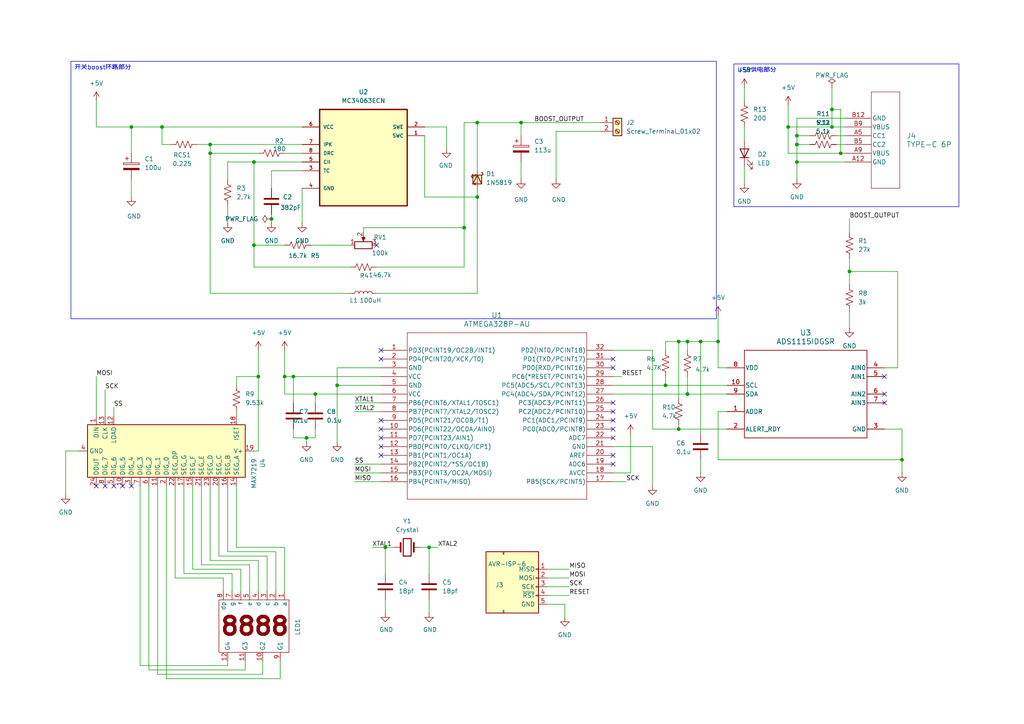
<source format=kicad_sch>
(kicad_sch (version 20250114) (generator "eeschema") (generator_version "9.0")
  (paper "A4")
  (title_block (title "boost convertor ") (date "2025-09-08") (rev "v1.0") (comment 1 "This is a boost convertor and you can get voltage by watching LED"))
  (lib_symbols
    (symbol "ADS1115IDGSR:ADS1115IDGSR" (pin_names (offset 0.254))
      (property "Reference" "U" (at 0 2.54 0))
      (property "Value" "ADS1115IDGSR" (at 0 0 0))
      (symbol "ADS1115IDGSR_0_1"
        (polyline (pts (xy -17.78 12.7) (xy -17.78 -12.7)) (stroke (width 0.2032)))
        (polyline (pts (xy -17.78 -12.7) (xy 17.78 -12.7)) (stroke (width 0.2032)))
        (polyline (pts (xy 17.78 12.7) (xy -17.78 12.7)) (stroke (width 0.2032)))
        (polyline (pts (xy 17.78 -12.7) (xy 17.78 12.7)) (stroke (width 0.2032)))
        (pin power_in line (at -22.86 7.62 0) (length 5.08) (name "VDD") (number "8"))
        (pin input line (at -22.86 2.54 0) (length 5.08) (name "SCL") (number "10"))
        (pin bidirectional line (at -22.86 0 0) (length 5.08) (name "SDA") (number "9"))
        (pin input line (at -22.86 -5.08 0) (length 5.08) (name "ADDR") (number "1"))
        (pin output line (at -22.86 -10.16 0) (length 5.08) (name "ALERT_RDY") (number "2"))
        (pin input line (at 22.86 7.62 180) (length 5.08) (name "AIN0") (number "4"))
        (pin input line (at 22.86 5.08 180) (length 5.08) (name "AIN1") (number "5"))
        (pin input line (at 22.86 0 180) (length 5.08) (name "AIN2") (number "6"))
        (pin input line (at 22.86 -2.54 180) (length 5.08) (name "AIN3") (number "7"))
        (pin power_in line (at 22.86 -10.16 180) (length 5.08) (name "GND") (number "3"))
      )
    )
    (symbol "Connector:AVR-ISP-6" (pin_names (offset 1.016))
      (property "Reference" "J3" (at -2.54 0.508 0))
      (property "Value" "AVR-ISP-6" (at 4.064 6.604 0))
      (symbol "AVR-ISP-6_0_1"
        (rectangle (start -7.62 10.16) (end 7.62 -7.62) (stroke (width 0.254)) (fill (type background)))
        (rectangle (start -2.667 10.16) (end -2.413 9.398))
        (rectangle (start -2.667 -6.858) (end -2.413 -7.62))
        (rectangle (start 7.62 5.207) (end 6.858 4.953))
        (rectangle (start 7.62 2.667) (end 6.858 2.413))
        (rectangle (start 7.62 0.127) (end 6.858 -0.127))
        (rectangle (start 7.62 -2.413) (end 6.858 -2.667))
      )
      (symbol "AVR-ISP-6_1_1"
        (pin passive line (at 10.16 5.08 180) (length 2.54) (name "MISO") (number "1"))
        (pin passive line (at 10.16 2.54 180) (length 2.54) (name "MOSI") (number "2"))
        (pin passive line (at 10.16 0 180) (length 2.54) (name "SCK") (number "3"))
        (pin passive line (at 10.16 -2.54 180) (length 2.54) (name "~{RST}") (number "4"))
        (pin output line (at 10.16 -5.08 180) (length 2.54) (name "GND") (number "5"))
      )
    )
    (symbol "Connector:Screw_Terminal_01x02" (pin_names (offset 1.016) (hide yes))
      (property "Reference" "J" (at 0 2.54 0))
      (property "Value" "Screw_Terminal_01x02" (at 0 -5.08 0))
      (symbol "Screw_Terminal_01x02_1_1"
        (rectangle (start -1.27 1.27) (end 1.27 -3.81) (stroke (width 0.254)) (fill (type background)))
        (polyline (pts (xy -0.5334 0.3302) (xy 0.3302 -0.508)) (stroke (width 0.1524)))
        (polyline (pts (xy -0.5334 -2.2098) (xy 0.3302 -3.048)) (stroke (width 0.1524)))
        (polyline (pts (xy -0.3556 0.508) (xy 0.508 -0.3302)) (stroke (width 0.1524)))
        (polyline (pts (xy -0.3556 -2.032) (xy 0.508 -2.8702)) (stroke (width 0.1524)))
        (circle (center 0 0) (radius 0.635) (stroke (width 0.1524)))
        (circle (center 0 -2.54) (radius 0.635) (stroke (width 0.1524)))
        (pin passive line (at -5.08 0 0) (length 3.81) (name "Pin_1") (number "1"))
        (pin passive line (at -5.08 -2.54 0) (length 3.81) (name "Pin_2") (number "2"))
      )
    )
    (symbol "DC-DC:MC34063ECN" (pin_names (offset 1.016))
      (property "Reference" "U" (at -0.508 11.176 0))
      (property "Value" "MC34063ECN" (at -3.9624 -23.7744 0))
      (symbol "MC34063ECN_0_0"
        (rectangle (start -12.7 10.16) (end 12.7 -17.78) (stroke (width 0.4064)) (fill (type background)))
        (pin power_in line (at -17.78 5.08 0) (length 5.08) (name "VCC") (number "6"))
        (pin input line (at -17.78 0 0) (length 5.08) (name "IPK") (number "7"))
        (pin passive line (at -17.78 -2.54 0) (length 5.08) (name "DRC") (number "8"))
        (pin input line (at -17.78 -5.08 0) (length 5.08) (name "CII") (number "5"))
        (pin input line (at -17.78 -7.62 0) (length 5.08) (name "TC") (number "3"))
        (pin passive line (at -17.78 -12.7 0) (length 5.08) (name "GND") (number "4"))
        (pin passive line (at 17.78 5.08 180) (length 5.08) (name "SWE") (number "2"))
        (pin passive line (at 17.78 2.54 180) (length 5.08) (name "SWC") (number "1"))
      )
    )
    (symbol "Device:C" (pin_numbers (hide yes)) (pin_names (offset 0.254))
      (property "Reference" "C" (at 0.635 2.54 0))
      (property "Value" "C" (at 0.635 -2.54 0))
      (symbol "C_0_1"
        (polyline (pts (xy -2.032 0.762) (xy 2.032 0.762)) (stroke (width 0.508)))
        (polyline (pts (xy -2.032 -0.762) (xy 2.032 -0.762)) (stroke (width 0.508)))
      )
      (symbol "C_1_1"
        (pin passive line (at 0 3.81 270) (length 2.794) (name "~") (number "1"))
        (pin passive line (at 0 -3.81 90) (length 2.794) (name "~") (number "2"))
      )
    )
    (symbol "Device:C_Polarized" (pin_numbers (hide yes)) (pin_names (offset 0.254))
      (property "Reference" "C" (at 0.635 2.54 0))
      (property "Value" "C_Polarized" (at 0.635 -2.54 0))
      (symbol "C_Polarized_0_1"
        (rectangle (start -2.286 0.508) (end 2.286 1.016))
        (polyline (pts (xy -1.778 2.286) (xy -0.762 2.286)))
        (polyline (pts (xy -1.27 2.794) (xy -1.27 1.778)))
        (rectangle (start 2.286 -0.508) (end -2.286 -1.016) (fill (type outline)))
      )
      (symbol "C_Polarized_1_1"
        (pin passive line (at 0 3.81 270) (length 2.794) (name "~") (number "1"))
        (pin passive line (at 0 -3.81 90) (length 2.794) (name "~") (number "2"))
      )
    )
    (symbol "Device:Crystal" (pin_numbers (hide yes)) (pin_names (offset 1.016) (hide yes))
      (property "Reference" "Y" (at 0 3.81 0))
      (property "Value" "Crystal" (at 0 -3.81 0))
      (symbol "Crystal_0_1"
        (polyline (pts (xy -2.54 0) (xy -1.905 0)))
        (polyline (pts (xy -1.905 -1.27) (xy -1.905 1.27)) (stroke (width 0.508)))
        (rectangle (start -1.143 2.54) (end 1.143 -2.54) (stroke (width 0.3048)))
        (polyline (pts (xy 1.905 -1.27) (xy 1.905 1.27)) (stroke (width 0.508)))
        (polyline (pts (xy 2.54 0) (xy 1.905 0)))
      )
      (symbol "Crystal_1_1"
        (pin passive line (at -3.81 0 0) (length 1.27) (name "1") (number "1"))
        (pin passive line (at 3.81 0 180) (length 1.27) (name "2") (number "2"))
      )
    )
    (symbol "Device:L" (pin_numbers (hide yes)) (pin_names (offset 1.016) (hide yes))
      (property "Reference" "L" (at -1.27 0 90))
      (property "Value" "L" (at 1.905 0 90))
      (symbol "L_0_1"
        (arc (start 0 2.54) (mid 0.6323 1.905) (end 0 1.27))
        (arc (start 0 1.27) (mid 0.6323 0.635) (end 0 0))
        (arc (start 0 0) (mid 0.6323 -0.635) (end 0 -1.27))
        (arc (start 0 -1.27) (mid 0.6323 -1.905) (end 0 -2.54))
      )
      (symbol "L_1_1"
        (pin passive line (at 0 3.81 270) (length 1.27) (name "1") (number "1"))
        (pin passive line (at 0 -3.81 90) (length 1.27) (name "2") (number "2"))
      )
    )
    (symbol "Device:LED" (pin_numbers (hide yes)) (pin_names (offset 1.016) (hide yes))
      (property "Reference" "D" (at 0 2.54 0))
      (property "Value" "LED" (at 0 -2.54 0))
      (symbol "LED_0_1"
        (polyline (pts (xy -3.048 -0.762) (xy -4.572 -2.286) (xy -3.81 -2.286) (xy -4.572 -2.286) (xy -4.572 -1.524)))
        (polyline (pts (xy -1.778 -0.762) (xy -3.302 -2.286) (xy -2.54 -2.286) (xy -3.302 -2.286) (xy -3.302 -1.524)))
        (polyline (pts (xy -1.27 0) (xy 1.27 0)))
        (polyline (pts (xy -1.27 -1.27) (xy -1.27 1.27)) (stroke (width 0.254)))
        (polyline (pts (xy 1.27 -1.27) (xy 1.27 1.27) (xy -1.27 0) (xy 1.27 -1.27)) (stroke (width 0.254)))
      )
      (symbol "LED_1_1"
        (pin passive line (at -3.81 0 0) (length 2.54) (name "K") (number "1"))
        (pin passive line (at 3.81 0 180) (length 2.54) (name "A") (number "2"))
      )
    )
    (symbol "Device:R_Potentiometer" (pin_names (offset 1.016) (hide yes))
      (property "Reference" "RV" (at -4.445 0 90))
      (property "Value" "R_Potentiometer" (at -2.54 0 90))
      (symbol "R_Potentiometer_0_1"
        (rectangle (start 1.016 2.54) (end -1.016 -2.54) (stroke (width 0.254)))
        (polyline (pts (xy 1.143 0) (xy 2.286 0.508) (xy 2.286 -0.508) (xy 1.143 0)) (fill (type outline)))
        (polyline (pts (xy 2.54 0) (xy 1.524 0)))
      )
      (symbol "R_Potentiometer_1_1"
        (pin passive line (at 0 3.81 270) (length 1.27) (name "1") (number "1"))
        (pin passive line (at 0 -3.81 90) (length 1.27) (name "3") (number "3"))
        (pin passive line (at 3.81 0 180) (length 1.27) (name "2") (number "2"))
      )
    )
    (symbol "Device:R_US" (pin_numbers (hide yes)) (pin_names (offset 0))
      (property "Reference" "R" (at 2.54 0 90))
      (property "Value" "R_US" (at -2.54 0 90))
      (symbol "R_US_0_1"
        (polyline (pts (xy 0 2.286) (xy 0 2.54)))
        (polyline (pts (xy 0 2.286) (xy 1.016 1.905) (xy 0 1.524) (xy -1.016 1.143) (xy 0 0.762)))
        (polyline (pts (xy 0 0.762) (xy 1.016 0.381) (xy 0 0) (xy -1.016 -0.381) (xy 0 -0.762)))
        (polyline (pts (xy 0 -0.762) (xy 1.016 -1.143) (xy 0 -1.524) (xy -1.016 -1.905) (xy 0 -2.286)))
        (polyline (pts (xy 0 -2.286) (xy 0 -2.54)))
      )
      (symbol "R_US_1_1"
        (pin passive line (at 0 3.81 270) (length 1.27) (name "~") (number "1"))
        (pin passive line (at 0 -3.81 90) (length 1.27) (name "~") (number "2"))
      )
    )
    (symbol "Diode:1N5819" (pin_names (offset 1.016))
      (property "Reference" "D" (at 2.54 0.4826 0))
      (property "Value" "1N5819" (at 2.54 -2.3114 0))
      (symbol "1N5819_0_0"
        (rectangle (start -1.27 -1.27) (end 1.27 1.27) (stroke (width 0.254)) (fill (type background)))
        (polyline (pts (xy -1.27 -1.27) (xy 1.27 0)) (stroke (width 0.254)))
        (arc (start 0.508 1.27) (mid 0.889 1.6493) (end 1.27 1.27) (stroke (width 0.254)))
        (polyline (pts (xy 1.27 0) (xy -1.27 1.27)) (stroke (width 0.254)))
        (arc (start 2.032 -1.27) (mid 1.651 -1.6493) (end 1.27 -1.27) (stroke (width 0.254)))
        (pin passive line (at -2.54 0 0) (length 2.54) (name "~") (number "A"))
        (pin passive line (at 2.54 0 180) (length 2.54) (name "~") (number "C"))
      )
    )
    (symbol "Display:FJ3461AH"
      (property "Reference" "LED1" (at 0.254 11.43 0))
      (symbol "FJ3461AH_0_1"
        (rectangle (start -7.62 8.89) (end 7.62 -11.43))
      )
      (symbol "FJ3461AH_1_1"
        (text "8888\n" (at 0 -1.016 900) (effects (font (size 5.08 5.08) (thickness 1.016) (bold yes))))
        (pin input line (at -10.16 7.62 0) (length 2.54) (name "a") (number "1"))
        (pin input line (at -10.16 5.08 0) (length 2.54) (name "b") (number "2"))
        (pin input line (at -10.16 2.54 0) (length 2.54) (name "c") (number "3"))
        (pin input line (at -10.16 0 0) (length 2.54) (name "d") (number "4"))
        (pin input line (at -10.16 -2.54 0) (length 2.54) (name "e") (number "5"))
        (pin input line (at -10.16 -5.08 0) (length 2.54) (name "f") (number "6"))
        (pin input line (at -10.16 -7.62 0) (length 2.54) (name "g") (number "7"))
        (pin input line (at -10.16 -10.16 0) (length 2.54) (name "dp") (number "8"))
        (pin passive line (at 10.16 6.35 180) (length 2.54) (name "G1") (number "9"))
        (pin passive line (at 10.16 1.27 180) (length 2.54) (name "G2") (number "10"))
        (pin passive line (at 10.16 -3.81 180) (length 2.54) (name "G3") (number "11"))
        (pin passive line (at 10.16 -8.89 180) (length 2.54) (name "G4") (number "12"))
      )
    )
    (symbol "Driver_LED:MAX7219"
      (property "Reference" "U" (at -6.35 24.13 0))
      (property "Value" "MAX7219" (at 1.27 25.4 0))
      (symbol "MAX7219_0_1"
        (rectangle (start -7.62 22.86) (end 7.62 -22.86) (stroke (width 0.254)) (fill (type background)))
      )
      (symbol "MAX7219_1_1"
        (pin input line (at -10.16 20.32 0) (length 2.54) (name "ISET") (number "18"))
        (pin input line (at -10.16 -15.24 0) (length 2.54) (name "LOAD") (number "12"))
        (pin input line (at -10.16 -17.78 0) (length 2.54) (name "CLK") (number "13"))
        (pin input line (at -10.16 -20.32 0) (length 2.54) (name "DIN") (number "1"))
        (pin power_in line (at 0 25.4 270) (length 2.54) (name "V+") (number "19"))
        (pin power_in line (at 0 -25.4 90) (length 2.54) (name "GND") (number "4"))
        (pin passive line (at 0 -25.4 90) (length 2.54) (hide yes) (name "GND") (number "9"))
        (pin output line (at 10.16 20.32 180) (length 2.54) (name "SEG_A") (number "14"))
        (pin output line (at 10.16 17.78 180) (length 2.54) (name "SEG_B") (number "16"))
        (pin output line (at 10.16 15.24 180) (length 2.54) (name "SEG_C") (number "20"))
        (pin output line (at 10.16 12.7 180) (length 2.54) (name "SEG_D") (number "23"))
        (pin output line (at 10.16 10.16 180) (length 2.54) (name "SEG_E") (number "21"))
        (pin output line (at 10.16 7.62 180) (length 2.54) (name "SEG_F") (number "15"))
        (pin output line (at 10.16 5.08 180) (length 2.54) (name "SEG_G") (number "17"))
        (pin output line (at 10.16 2.54 180) (length 2.54) (name "SEG_DP") (number "22"))
        (pin output line (at 10.16 0 180) (length 2.54) (name "DIG_0") (number "2"))
        (pin output line (at 10.16 -2.54 180) (length 2.54) (name "DIG_1") (number "11"))
        (pin output line (at 10.16 -5.08 180) (length 2.54) (name "DIG_2") (number "6"))
        (pin output line (at 10.16 -7.62 180) (length 2.54) (name "DIG_3") (number "7"))
        (pin output line (at 10.16 -10.16 180) (length 2.54) (name "DIG_4") (number "3"))
        (pin output line (at 10.16 -12.7 180) (length 2.54) (name "DIG_5") (number "10"))
        (pin output line (at 10.16 -15.24 180) (length 2.54) (name "DIG_6") (number "5"))
        (pin output line (at 10.16 -17.78 180) (length 2.54) (name "DIG_7") (number "8"))
        (pin output line (at 10.16 -20.32 180) (length 2.54) (name "DOUT") (number "24"))
      )
    )
    (symbol "USB-C-6P:TYPE-C_6P" (pin_names (offset 0.254))
      (property "Reference" "J4" (at 17.78 -5.0799 0))
      (property "Value" "TYPE-C 6P" (at 17.78 -7.6199 0))
      (symbol "TYPE-C_6P_1_1"
        (polyline (pts (xy 7.62 7.62) (xy 7.62 -20.32)) (stroke (width 0.127)))
        (polyline (pts (xy 7.62 -20.32) (xy 15.875 -20.32)) (stroke (width 0.127)))
        (polyline (pts (xy 15.875 7.62) (xy 7.62 7.62)) (stroke (width 0.127)))
        (polyline (pts (xy 15.875 -20.32) (xy 15.875 7.62)) (stroke (width 0.127)))
        (pin passive line (at 0 0 0) (length 7.62) (name "GND") (number "B12"))
        (pin power_in line (at 0 -2.54 0) (length 7.62) (name "VBUS") (number "B9"))
        (pin bidirectional line (at 0 -5.08 0) (length 7.62) (name "CC1") (number "A5"))
        (pin bidirectional line (at 0 -7.62 0) (length 7.62) (name "CC2") (number "B5"))
        (pin power_in line (at 0 -10.16 0) (length 7.62) (name "VBUS") (number "A9"))
        (pin passive line (at 0 -12.7 0) (length 7.62) (name "GND") (number "A12"))
      )
      (symbol "TYPE-C_6P_1_2"
        (polyline (pts (xy 5.08 2.54) (xy 5.08 -15.24)) (stroke (width 0.127)))
        (polyline (pts (xy 5.08 -15.24) (xy 12.7 -15.24)) (stroke (width 0.127)))
        (polyline (pts (xy 7.62 0) (xy 5.08 0)) (stroke (width 0.127)))
        (polyline (pts (xy 7.62 0) (xy 8.89 0.8467)) (stroke (width 0.127)))
        (polyline (pts (xy 7.62 0) (xy 8.89 -0.8467)) (stroke (width 0.127)))
        (polyline (pts (xy 7.62 -2.54) (xy 5.08 -2.54)) (stroke (width 0.127)))
        (polyline (pts (xy 7.62 -2.54) (xy 8.89 -1.6933)) (stroke (width 0.127)))
        (polyline (pts (xy 7.62 -2.54) (xy 8.89 -3.3867)) (stroke (width 0.127)))
        (polyline (pts (xy 7.62 -5.08) (xy 5.08 -5.08)) (stroke (width 0.127)))
        (polyline (pts (xy 7.62 -5.08) (xy 8.89 -4.2333)) (stroke (width 0.127)))
        (polyline (pts (xy 7.62 -5.08) (xy 8.89 -5.9267)) (stroke (width 0.127)))
        (polyline (pts (xy 7.62 -7.62) (xy 5.08 -7.62)) (stroke (width 0.127)))
        (polyline (pts (xy 7.62 -7.62) (xy 8.89 -6.7733)) (stroke (width 0.127)))
        (polyline (pts (xy 7.62 -7.62) (xy 8.89 -8.4667)) (stroke (width 0.127)))
        (polyline (pts (xy 7.62 -10.16) (xy 5.08 -10.16)) (stroke (width 0.127)))
        (polyline (pts (xy 7.62 -10.16) (xy 8.89 -9.3133)) (stroke (width 0.127)))
        (polyline (pts (xy 7.62 -10.16) (xy 8.89 -11.0067)) (stroke (width 0.127)))
        (polyline (pts (xy 7.62 -12.7) (xy 5.08 -12.7)) (stroke (width 0.127)))
        (polyline (pts (xy 7.62 -12.7) (xy 8.89 -11.8533)) (stroke (width 0.127)))
        (polyline (pts (xy 7.62 -12.7) (xy 8.89 -13.5467)) (stroke (width 0.127)))
        (polyline (pts (xy 12.7 2.54) (xy 5.08 2.54)) (stroke (width 0.127)))
        (polyline (pts (xy 12.7 -15.24) (xy 12.7 2.54)) (stroke (width 0.127)))
        (pin power_out line (at 0 0 0) (length 5.08) (name "B12") (number "B12"))
        (pin power_in line (at 0 -2.54 0) (length 5.08) (name "B9") (number "B9"))
        (pin bidirectional line (at 0 -5.08 0) (length 5.08) (name "A5") (number "A5"))
        (pin bidirectional line (at 0 -7.62 0) (length 5.08) (name "B5") (number "B5"))
        (pin power_in line (at 0 -10.16 0) (length 5.08) (name "A9") (number "A9"))
        (pin power_out line (at 0 -12.7 0) (length 5.08) (name "A12") (number "A12"))
      )
    )
    (symbol "atmega328P:ATMEGA328P-AU" (pin_names (offset 0.254))
      (property "Reference" "U" (at 35.56 10.16 0))
      (property "Value" "ATMEGA328P-AU" (at 35.56 7.62 0))
      (symbol "ATMEGA328P-AU_0_1"
        (polyline (pts (xy 7.62 5.08) (xy 7.62 -43.18)) (stroke (width 0.127)))
        (polyline (pts (xy 7.62 -43.18) (xy 59.69 -43.18)) (stroke (width 0.127)))
        (polyline (pts (xy 59.69 5.08) (xy 7.62 5.08)) (stroke (width 0.127)))
        (polyline (pts (xy 59.69 -43.18) (xy 59.69 5.08)) (stroke (width 0.127)))
        (pin bidirectional line (at 0 0 0) (length 7.62) (name "PD3(PCINT19/OC2B/INT1)") (number "1"))
        (pin bidirectional line (at 0 -2.54 0) (length 7.62) (name "PD4(PCINT20/XCK/T0)") (number "2"))
        (pin power_in line (at 0 -7.62 0) (length 7.62) (name "VCC") (number "4"))
        (pin power_in line (at 0 -12.7 0) (length 7.62) (name "VCC") (number "6"))
        (pin bidirectional line (at 0 -15.24 0) (length 7.62) (name "PB6(PCINT6/XTAL1/TOSC1)") (number "7"))
        (pin bidirectional line (at 0 -17.78 0) (length 7.62) (name "PB7(PCINT7/XTAL2/TOSC2)") (number "8"))
        (pin bidirectional line (at 0 -20.32 0) (length 7.62) (name "PD5(PCINT21/OC0B/T1)") (number "9"))
        (pin bidirectional line (at 0 -22.86 0) (length 7.62) (name "PD6(PCINT22/OC0A/AIN0)") (number "10"))
        (pin input line (at 0 -25.4 0) (length 7.62) (name "PD7(PCINT23/AIN1)") (number "11"))
        (pin bidirectional line (at 0 -27.94 0) (length 7.62) (name "PB0(PCINT0/CLKO/ICP1)") (number "12"))
        (pin bidirectional line (at 0 -30.48 0) (length 7.62) (name "PB1(PCINT1/OC1A)") (number "13"))
        (pin bidirectional line (at 0 -33.02 0) (length 7.62) (name "PB2(PCINT2/*SS/OC1B)") (number "14"))
        (pin bidirectional line (at 0 -35.56 0) (length 7.62) (name "PB3(PCINT3/OC2A/MOSI)") (number "15"))
        (pin bidirectional line (at 0 -38.1 0) (length 7.62) (name "PB4(PCINT4/MISO)") (number "16"))
        (pin bidirectional line (at 67.31 0 180) (length 7.62) (name "PD2(INT0/PCINT18)") (number "32"))
        (pin bidirectional line (at 67.31 -2.54 180) (length 7.62) (name "PD1(TXD/PCINT17)") (number "31"))
        (pin bidirectional line (at 67.31 -5.08 180) (length 7.62) (name "PD0(RXD/PCINT16)") (number "30"))
        (pin bidirectional line (at 67.31 -7.62 180) (length 7.62) (name "PC6(*RESET/PCINT14)") (number "29"))
        (pin bidirectional line (at 67.31 -10.16 180) (length 7.62) (name "PC5(ADC5/SCL/PCINT13)") (number "28"))
        (pin bidirectional line (at 67.31 -12.7 180) (length 7.62) (name "PC4(ADC4/SDA/PCINT12)") (number "27"))
        (pin bidirectional line (at 67.31 -15.24 180) (length 7.62) (name "PC3(ADC3/PCINT11)") (number "26"))
        (pin bidirectional line (at 67.31 -17.78 180) (length 7.62) (name "PC2(ADC2/PCINT10)") (number "25"))
        (pin bidirectional line (at 67.31 -20.32 180) (length 7.62) (name "PC1(ADC1/PCINT9)") (number "24"))
        (pin bidirectional line (at 67.31 -22.86 180) (length 7.62) (name "PC0(ADC0/PCINT8)") (number "23"))
        (pin unspecified line (at 67.31 -25.4 180) (length 7.62) (name "ADC7") (number "22"))
        (pin power_in line (at 67.31 -30.48 180) (length 7.62) (name "AREF") (number "20"))
        (pin unspecified line (at 67.31 -33.02 180) (length 7.62) (name "ADC6") (number "19"))
        (pin power_in line (at 67.31 -35.56 180) (length 7.62) (name "AVCC") (number "18"))
        (pin bidirectional line (at 67.31 -38.1 180) (length 7.62) (name "PB5(SCK/PCINT5)") (number "17"))
      )
      (symbol "ATMEGA328P-AU_1_1"
        (pin passive line (at 0 -5.08 0) (length 7.62) (name "GND") (number "3"))
        (pin passive line (at 0 -10.16 0) (length 7.62) (name "GND") (number "5"))
        (pin passive line (at 67.31 -27.94 180) (length 7.62) (name "GND") (number "21"))
      )
    )
    (symbol "power:+5V" (power) (pin_numbers (hide yes)) (pin_names (offset 0) (hide yes))
      (property "Value" "+5V" (at 0 3.556 0))
      (symbol "+5V_0_1"
        (polyline (pts (xy -0.762 1.27) (xy 0 2.54)))
        (polyline (pts (xy 0 2.54) (xy 0.762 1.27)))
        (polyline (pts (xy 0 0) (xy 0 2.54)))
      )
      (symbol "+5V_1_1"
        (pin power_in line (at 0 0 90) (length 0) (name "~") (number "1"))
      )
    )
    (symbol "power:GND" (power) (pin_numbers (hide yes)) (pin_names (offset 0) (hide yes))
      (property "Value" "GND" (at 0 -3.81 0))
      (symbol "GND_0_1"
        (polyline (pts (xy 0 0) (xy 0 -1.27) (xy 1.27 -1.27) (xy 0 -2.54) (xy -1.27 -1.27) (xy 0 -1.27)))
      )
      (symbol "GND_1_1"
        (pin power_in line (at 0 0 270) (length 0) (name "~") (number "1"))
      )
    )
    (symbol "power:PWR_FLAG" (power) (pin_numbers (hide yes)) (pin_names (offset 0) (hide yes))
      (property "Value" "PWR_FLAG" (at 0 3.81 0))
      (symbol "PWR_FLAG_0_0"
        (pin power_out line (at 0 0 90) (length 0) (name "~") (number "1"))
      )
      (symbol "PWR_FLAG_0_1"
        (polyline (pts (xy 0 0) (xy 0 1.27) (xy -1.016 1.905) (xy 0 2.54) (xy 1.016 1.905) (xy 0 1.27)))
      )
    )
  )
  (text_box "USB供电部分\n" (at 212.852 18.542 0) (size 65.278 41.402) (margins 0.9525 0.9525 0.9525 0.9525) (effects (font (size 1.27 1.27)) (justify left top)))
  (text_box "开关boost环路部分\n" (at 20.574 17.78 0) (size 187.198 74.676) (margins 0.9525 0.9525 0.9525 0.9525) (effects (font (size 1.27 1.27)) (justify left top)))
  (junction (at 111.76 158.75))
  (junction (at 228.6 36.83))
  (junction (at 208.28 99.06))
  (junction (at 78.74 63.5))
  (junction (at 241.3 31.75))
  (junction (at 243.84 44.45))
  (junction (at 203.2 99.06))
  (junction (at 241.3 36.83))
  (junction (at 199.39 114.3))
  (junction (at 88.9 127))
  (junction (at 193.04 111.76))
  (junction (at 134.62 66.04))
  (junction (at 60.96 41.91))
  (junction (at 231.14 41.91))
  (junction (at 138.43 35.56))
  (junction (at 97.79 111.76))
  (junction (at 261.62 133.35))
  (junction (at 46.99 36.83))
  (junction (at 124.46 158.75))
  (junction (at 231.14 39.37))
  (junction (at 91.44 114.3))
  (junction (at 196.85 99.06))
  (junction (at 38.1 36.83))
  (junction (at 231.14 46.99))
  (junction (at 60.96 44.45))
  (junction (at 82.55 109.22))
  (junction (at 199.39 99.06))
  (junction (at 151.13 35.56))
  (junction (at 246.38 78.74))
  (junction (at 74.93 109.22))
  (junction (at 85.09 109.22))
  (junction (at 138.43 57.15))
  (junction (at 73.66 71.12))
  (junction (at 196.85 124.46))
  (junction (at 73.66 46.99))
  (no_connect (at 256.54 109.22))
  (no_connect (at 177.8 134.62))
  (no_connect (at 110.49 121.92))
  (no_connect (at 177.8 124.46))
  (no_connect (at 177.8 121.92))
  (no_connect (at 109.22 71.12))
  (no_connect (at 110.49 101.6))
  (no_connect (at 110.49 124.46))
  (no_connect (at 177.8 106.68))
  (no_connect (at 177.8 104.14))
  (no_connect (at 110.49 127))
  (no_connect (at 33.02 140.97))
  (no_connect (at 30.48 140.97))
  (no_connect (at 256.54 116.84))
  (no_connect (at 110.49 104.14))
  (no_connect (at 110.49 129.54))
  (no_connect (at 177.8 127))
  (no_connect (at 27.94 140.97))
  (no_connect (at 110.49 132.08))
  (no_connect (at 256.54 114.3))
  (no_connect (at 177.8 132.08))
  (no_connect (at 35.56 140.97))
  (no_connect (at 38.1 140.97))
  (no_connect (at 177.8 119.38))
  (no_connect (at 177.8 116.84))
  (wire (pts (xy 196.85 99.06) (xy 196.85 115.57)))
  (wire (pts (xy 123.19 39.37) (xy 123.19 57.15)))
  (wire (pts (xy 208.28 106.68) (xy 210.82 106.68)))
  (wire (pts (xy 82.55 158.75) (xy 82.55 171.45)))
  (wire (pts (xy 60.96 140.97) (xy 60.96 162.56)))
  (wire (pts (xy 50.8 167.64) (xy 50.8 140.97)))
  (wire (pts (xy 110.49 109.22) (xy 85.09 109.22)))
  (wire (pts (xy 208.28 119.38) (xy 208.28 133.35)))
  (wire (pts (xy 85.09 109.22) (xy 85.09 116.84)))
  (wire (pts (xy 241.3 31.75) (xy 243.84 31.75)))
  (wire (pts (xy 68.58 111.76) (xy 68.58 109.22)))
  (wire (pts (xy 71.12 194.31) (xy 71.12 191.77)))
  (wire (pts (xy 177.8 139.7) (xy 181.61 139.7)))
  (wire (pts (xy 246.38 63.5) (xy 246.38 67.31)))
  (wire (pts (xy 111.76 158.75) (xy 114.3 158.75)))
  (wire (pts (xy 46.99 36.83) (xy 87.63 36.83)))
  (wire (pts (xy 66.04 46.99) (xy 73.66 46.99)))
  (wire (pts (xy 82.55 109.22) (xy 82.55 101.6)))
  (wire (pts (xy 69.85 171.45) (xy 69.85 165.1)))
  (wire (pts (xy 87.63 54.61) (xy 87.63 64.77)))
  (wire (pts (xy 77.47 161.29) (xy 63.5 161.29)))
  (wire (pts (xy 73.66 77.47) (xy 101.6 77.47)))
  (wire (pts (xy 138.43 57.15) (xy 138.43 85.09)))
  (wire (pts (xy 246.38 78.74) (xy 246.38 82.55)))
  (wire (pts (xy 151.13 46.99) (xy 151.13 52.07)))
  (wire (pts (xy 215.9 36.83) (xy 215.9 40.64)))
  (wire (pts (xy 73.66 46.99) (xy 73.66 71.12)))
  (wire (pts (xy 246.38 74.93) (xy 246.38 78.74)))
  (wire (pts (xy 73.66 71.12) (xy 73.66 77.47)))
  (wire (pts (xy 97.79 111.76) (xy 97.79 128.27)))
  (wire (pts (xy 243.84 31.75) (xy 243.84 44.45)))
  (wire (pts (xy 45.72 195.58) (xy 76.2 195.58)))
  (wire (pts (xy 27.94 29.21) (xy 27.94 36.83)))
  (wire (pts (xy 208.28 133.35) (xy 261.62 133.35)))
  (wire (pts (xy 231.14 46.99) (xy 231.14 52.07)))
  (wire (pts (xy 102.87 119.38) (xy 110.49 119.38)))
  (wire (pts (xy 124.46 173.99) (xy 124.46 177.8)))
  (wire (pts (xy 57.15 41.91) (xy 60.96 41.91)))
  (wire (pts (xy 74.93 101.6) (xy 74.93 109.22)))
  (wire (pts (xy 88.9 127) (xy 88.9 128.27)))
  (wire (pts (xy 228.6 36.83) (xy 241.3 36.83)))
  (wire (pts (xy 68.58 120.65) (xy 68.58 119.38)))
  (wire (pts (xy 199.39 114.3) (xy 210.82 114.3)))
  (wire (pts (xy 111.76 173.99) (xy 111.76 177.8)))
  (wire (pts (xy 78.74 62.23) (xy 78.74 63.5)))
  (wire (pts (xy 193.04 111.76) (xy 210.82 111.76)))
  (wire (pts (xy 231.14 41.91) (xy 231.14 46.99)))
  (wire (pts (xy 256.54 106.68) (xy 260.35 106.68)))
  (wire (pts (xy 158.75 165.1) (xy 165.1 165.1)))
  (wire (pts (xy 105.41 67.31) (xy 105.41 66.04)))
  (wire (pts (xy 68.58 109.22) (xy 74.93 109.22)))
  (wire (pts (xy 76.2 195.58) (xy 76.2 191.77)))
  (wire (pts (xy 196.85 123.19) (xy 196.85 124.46)))
  (wire (pts (xy 158.75 167.64) (xy 165.1 167.64)))
  (wire (pts (xy 85.09 109.22) (xy 82.55 109.22)))
  (wire (pts (xy 80.01 160.02) (xy 80.01 171.45)))
  (wire (pts (xy 53.34 140.97) (xy 53.34 166.37)))
  (wire (pts (xy 60.96 44.45) (xy 60.96 41.91)))
  (wire (pts (xy 129.54 36.83) (xy 129.54 43.18)))
  (wire (pts (xy 241.3 25.4) (xy 241.3 31.75)))
  (wire (pts (xy 199.39 99.06) (xy 199.39 101.6)))
  (wire (pts (xy 60.96 85.09) (xy 101.6 85.09)))
  (wire (pts (xy 60.96 44.45) (xy 74.93 44.45)))
  (wire (pts (xy 91.44 114.3) (xy 91.44 116.84)))
  (wire (pts (xy 208.28 91.44) (xy 208.28 99.06)))
  (wire (pts (xy 66.04 160.02) (xy 80.01 160.02)))
  (wire (pts (xy 45.72 140.97) (xy 45.72 195.58)))
  (wire (pts (xy 30.48 113.03) (xy 30.48 120.65)))
  (wire (pts (xy 68.58 140.97) (xy 68.58 158.75)))
  (wire (pts (xy 109.22 77.47) (xy 134.62 77.47)))
  (wire (pts (xy 193.04 101.6) (xy 193.04 99.06)))
  (wire (pts (xy 138.43 35.56) (xy 138.43 49.53)))
  (wire (pts (xy 138.43 35.56) (xy 151.13 35.56)))
  (wire (pts (xy 109.22 85.09) (xy 138.43 85.09)))
  (wire (pts (xy 245.11 44.45) (xy 243.84 44.45)))
  (wire (pts (xy 123.19 36.83) (xy 129.54 36.83)))
  (wire (pts (xy 196.85 99.06) (xy 199.39 99.06)))
  (wire (pts (xy 88.9 127) (xy 91.44 127)))
  (wire (pts (xy 91.44 127) (xy 91.44 124.46)))
  (wire (pts (xy 33.02 120.65) (xy 33.02 118.11)))
  (wire (pts (xy 97.79 111.76) (xy 110.49 111.76)))
  (wire (pts (xy 193.04 109.22) (xy 193.04 111.76)))
  (wire (pts (xy 97.79 106.68) (xy 97.79 111.76)))
  (wire (pts (xy 66.04 64.77) (xy 66.04 59.69)))
  (wire (pts (xy 66.04 191.77) (xy 66.04 193.04)))
  (wire (pts (xy 81.28 196.85) (xy 48.26 196.85)))
  (wire (pts (xy 124.46 166.37) (xy 124.46 158.75)))
  (wire (pts (xy 46.99 36.83) (xy 46.99 41.91)))
  (wire (pts (xy 90.17 71.12) (xy 101.6 71.12)))
  (wire (pts (xy 231.14 39.37) (xy 234.95 39.37)))
  (wire (pts (xy 182.88 125.73) (xy 182.88 137.16)))
  (wire (pts (xy 53.34 166.37) (xy 67.31 166.37)))
  (wire (pts (xy 78.74 49.53) (xy 78.74 54.61)))
  (wire (pts (xy 210.82 119.38) (xy 208.28 119.38)))
  (wire (pts (xy 177.8 114.3) (xy 199.39 114.3)))
  (wire (pts (xy 38.1 52.07) (xy 38.1 57.15)))
  (wire (pts (xy 243.84 44.45) (xy 228.6 44.45)))
  (wire (pts (xy 66.04 52.07) (xy 66.04 46.99)))
  (wire (pts (xy 189.23 129.54) (xy 189.23 140.97)))
  (wire (pts (xy 231.14 34.29) (xy 231.14 39.37)))
  (wire (pts (xy 163.83 175.26) (xy 163.83 179.07)))
  (wire (pts (xy 68.58 158.75) (xy 82.55 158.75)))
  (wire (pts (xy 67.31 166.37) (xy 67.31 171.45)))
  (wire (pts (xy 110.49 114.3) (xy 91.44 114.3)))
  (wire (pts (xy 161.29 38.1) (xy 161.29 52.07)))
  (wire (pts (xy 38.1 36.83) (xy 38.1 44.45)))
  (wire (pts (xy 91.44 114.3) (xy 82.55 114.3)))
  (wire (pts (xy 138.43 54.61) (xy 138.43 57.15)))
  (wire (pts (xy 82.55 114.3) (xy 82.55 109.22)))
  (wire (pts (xy 22.86 130.81) (xy 19.05 130.81)))
  (wire (pts (xy 242.57 41.91) (xy 245.11 41.91)))
  (wire (pts (xy 231.14 41.91) (xy 234.95 41.91)))
  (wire (pts (xy 72.39 171.45) (xy 72.39 163.83)))
  (wire (pts (xy 177.8 111.76) (xy 193.04 111.76)))
  (wire (pts (xy 161.29 38.1) (xy 173.99 38.1)))
  (wire (pts (xy 105.41 66.04) (xy 134.62 66.04)))
  (wire (pts (xy 203.2 133.35) (xy 203.2 137.16)))
  (wire (pts (xy 66.04 193.04) (xy 40.64 193.04)))
  (wire (pts (xy 64.77 167.64) (xy 50.8 167.64)))
  (wire (pts (xy 43.18 140.97) (xy 43.18 194.31)))
  (wire (pts (xy 102.87 137.16) (xy 110.49 137.16)))
  (wire (pts (xy 246.38 90.17) (xy 246.38 95.25)))
  (wire (pts (xy 110.49 106.68) (xy 97.79 106.68)))
  (wire (pts (xy 177.8 137.16) (xy 182.88 137.16)))
  (wire (pts (xy 60.96 41.91) (xy 87.63 41.91)))
  (wire (pts (xy 73.66 130.81) (xy 74.93 130.81)))
  (wire (pts (xy 121.92 158.75) (xy 124.46 158.75)))
  (wire (pts (xy 82.55 44.45) (xy 87.63 44.45)))
  (wire (pts (xy 74.93 162.56) (xy 74.93 171.45)))
  (wire (pts (xy 199.39 109.22) (xy 199.39 114.3)))
  (wire (pts (xy 64.77 171.45) (xy 64.77 167.64)))
  (wire (pts (xy 69.85 165.1) (xy 55.88 165.1)))
  (wire (pts (xy 102.87 139.7) (xy 110.49 139.7)))
  (wire (pts (xy 228.6 30.48) (xy 228.6 36.83)))
  (wire (pts (xy 40.64 193.04) (xy 40.64 140.97)))
  (wire (pts (xy 74.93 109.22) (xy 74.93 130.81)))
  (wire (pts (xy 134.62 77.47) (xy 134.62 66.04)))
  (wire (pts (xy 151.13 35.56) (xy 173.99 35.56)))
  (wire (pts (xy 134.62 35.56) (xy 138.43 35.56)))
  (wire (pts (xy 256.54 124.46) (xy 261.62 124.46)))
  (wire (pts (xy 177.8 129.54) (xy 189.23 129.54)))
  (wire (pts (xy 63.5 161.29) (xy 63.5 140.97)))
  (wire (pts (xy 158.75 172.72) (xy 165.1 172.72)))
  (wire (pts (xy 78.74 63.5) (xy 78.74 64.77)))
  (wire (pts (xy 203.2 99.06) (xy 203.2 125.73)))
  (wire (pts (xy 208.28 99.06) (xy 208.28 106.68)))
  (wire (pts (xy 228.6 36.83) (xy 228.6 44.45)))
  (wire (pts (xy 60.96 162.56) (xy 74.93 162.56)))
  (wire (pts (xy 203.2 99.06) (xy 208.28 99.06)))
  (wire (pts (xy 193.04 99.06) (xy 196.85 99.06)))
  (wire (pts (xy 189.23 124.46) (xy 196.85 124.46)))
  (wire (pts (xy 124.46 158.75) (xy 127 158.75)))
  (wire (pts (xy 72.39 163.83) (xy 58.42 163.83)))
  (wire (pts (xy 78.74 49.53) (xy 87.63 49.53)))
  (wire (pts (xy 77.47 171.45) (xy 77.47 161.29)))
  (wire (pts (xy 189.23 101.6) (xy 189.23 124.46)))
  (wire (pts (xy 60.96 44.45) (xy 60.96 85.09)))
  (wire (pts (xy 81.28 191.77) (xy 81.28 196.85)))
  (wire (pts (xy 19.05 130.81) (xy 19.05 143.51)))
  (wire (pts (xy 199.39 99.06) (xy 203.2 99.06)))
  (wire (pts (xy 231.14 39.37) (xy 231.14 41.91)))
  (wire (pts (xy 261.62 124.46) (xy 261.62 133.35)))
  (wire (pts (xy 158.75 175.26) (xy 163.83 175.26)))
  (wire (pts (xy 158.75 170.18) (xy 165.1 170.18)))
  (wire (pts (xy 58.42 163.83) (xy 58.42 140.97)))
  (wire (pts (xy 102.87 116.84) (xy 110.49 116.84)))
  (wire (pts (xy 215.9 25.4) (xy 215.9 29.21)))
  (wire (pts (xy 246.38 78.74) (xy 260.35 78.74)))
  (wire (pts (xy 245.11 34.29) (xy 231.14 34.29)))
  (wire (pts (xy 241.3 36.83) (xy 245.11 36.83)))
  (wire (pts (xy 107.95 158.75) (xy 111.76 158.75)))
  (wire (pts (xy 46.99 41.91) (xy 49.53 41.91)))
  (wire (pts (xy 123.19 57.15) (xy 138.43 57.15)))
  (wire (pts (xy 85.09 124.46) (xy 85.09 127)))
  (wire (pts (xy 215.9 48.26) (xy 215.9 53.34)))
  (wire (pts (xy 134.62 66.04) (xy 134.62 35.56)))
  (wire (pts (xy 73.66 46.99) (xy 87.63 46.99)))
  (wire (pts (xy 66.04 140.97) (xy 66.04 160.02)))
  (wire (pts (xy 260.35 78.74) (xy 260.35 106.68)))
  (wire (pts (xy 48.26 196.85) (xy 48.26 140.97)))
  (wire (pts (xy 196.85 124.46) (xy 210.82 124.46)))
  (wire (pts (xy 55.88 165.1) (xy 55.88 140.97)))
  (wire (pts (xy 177.8 101.6) (xy 189.23 101.6)))
  (wire (pts (xy 245.11 46.99) (xy 231.14 46.99)))
  (wire (pts (xy 73.66 71.12) (xy 82.55 71.12)))
  (wire (pts (xy 151.13 39.37) (xy 151.13 35.56)))
  (wire (pts (xy 242.57 39.37) (xy 245.11 39.37)))
  (wire (pts (xy 177.8 109.22) (xy 180.34 109.22)))
  (wire (pts (xy 111.76 158.75) (xy 111.76 166.37)))
  (wire (pts (xy 38.1 36.83) (xy 46.99 36.83)))
  (wire (pts (xy 102.87 134.62) (xy 110.49 134.62)))
  (wire (pts (xy 43.18 194.31) (xy 71.12 194.31)))
  (wire (pts (xy 241.3 31.75) (xy 241.3 36.83)))
  (wire (pts (xy 85.09 127) (xy 88.9 127)))
  (wire (pts (xy 27.94 109.22) (xy 27.94 120.65)))
  (wire (pts (xy 27.94 36.83) (xy 38.1 36.83)))
  (wire (pts (xy 261.62 133.35) (xy 261.62 137.16)))
  (label "XTAL1" (at 102.87 116.84 0))
  (label "XTAL1" (at 107.95 158.75 0))
  (label "MOSI" (at 27.94 109.22 0))
  (label "BOOST_OUTPUT" (at 154.94 35.56 0))
  (label "BOOST_OUTPUT" (at 246.38 63.5 0))
  (label "MOSI" (at 102.87 137.16 0))
  (label "XTAL2" (at 127 158.75 0))
  (label "SCK" (at 181.61 139.7 0))
  (label "MISO" (at 102.87 139.7 0))
  (label "MISO" (at 165.1 165.1 0))
  (label "SCK" (at 165.1 170.18 0))
  (label "RESET" (at 165.1 172.72 0))
  (label "SCK" (at 30.48 113.03 0))
  (label "MOSI" (at 165.1 167.64 0))
  (label "RESET" (at 180.34 109.22 0))
  (label "XTAL2" (at 102.87 119.38 0))
  (label "SS" (at 33.02 118.11 0))
  (label "SS" (at 102.87 134.62 0))
  (symbol (lib_id "Diode:1N5819") (at 138.43 52.07 90) (unit 1)
    (property "Reference" "D1" (at 140.97 50.4189 90) (effects (justify right)))
    (property "Value" "1N5819" (at 140.97 52.9589 90) (effects (justify right)))
    (property "Footprint" "footprint:DO41-10" (effects (hide yes)))
    (property "MF" "STMicroelectronics" (effects (hide yes)))
    (property "Description_1" "Diode Schottky 40 V 1A Through Hole DO-41" (effects (hide yes)))
    (property "Package" "DO-41 ON Semiconductor" (effects (hide yes)))
    (property "Price" "None" (effects (hide yes)))
    (property "SnapEDA_Link" "https://www.snapeda.com/parts/1N5819/STMicroelectronics/view-part/?ref=snap" (effects (hide yes)))
    (property "MP" "1N5819" (effects (hide yes)))
    (property "Availability" "In Stock" (effects (hide yes)))
    (property "Check_prices" "https://www.snapeda.com/parts/1N5819/STMicroelectronics/view-part/?ref=eda" (effects (hide yes)))
  )
  (symbol (lib_id "Device:R_US") (at 68.58 115.57 0) (unit 1)
    (property "Reference" "R9" (at 71.12 114.2999 0) (effects (justify left)))
    (property "Value" "9.53k" (at 71.12 116.8399 0) (effects (justify left)))
    (property "Footprint" "Resistor_SMD:R_0603_1608Metric" (effects (hide yes)))
    (property "Description" "Resistor, US symbol" (effects (hide yes)))
  )
  (symbol (lib_id "power:GND") (at 66.04 64.77 0) (unit 1)
    (property "Reference" "#PWR04" (effects (hide yes)))
    (property "Value" "GND" (at 66.04 69.85 0))
    (property "Description" "Power symbol creates a global label with name \"GND\" , ground" (effects (hide yes)))
  )
  (symbol (lib_id "Device:R_US") (at 196.85 119.38 0) (unit 1)
    (property "Reference" "R10" (at 192.024 118.11 0) (effects (justify left)))
    (property "Value" "4.7k" (at 192.024 120.65 0) (effects (justify left)))
    (property "Footprint" "Resistor_SMD:R_0603_1608Metric" (effects (hide yes)))
    (property "Description" "Resistor, US symbol" (effects (hide yes)))
  )
  (symbol (lib_id "Connector:AVR-ISP-6") (at 148.59 170.18 0) (unit 1)
    (property "Reference" "J3" (at 146.05 169.672 0) (effects (justify right)))
    (property "Value" "AVR-ISP-6" (at 152.654 163.576 0) (effects (justify right)))
    (property "Footprint" "footprint:AVR-5pin" (effects (hide yes)))
    (property "Description" "Atmel 6-pin ISP connector" (effects (hide yes)))
  )
  (symbol (lib_id "Device:R_US") (at 86.36 71.12 270) (unit 1)
    (property "Reference" "R5" (at 91.44 74.168 90))
    (property "Value" "16.7k" (at 86.36 74.168 90))
    (property "Footprint" "Resistor_SMD:R_0603_1608Metric" (effects (hide yes)))
    (property "Description" "Resistor, US symbol" (effects (hide yes)))
  )
  (symbol (lib_id "Device:C") (at 203.2 129.54 0) (unit 1)
    (property "Reference" "C6" (at 196.088 128.524 0) (effects (justify left)))
    (property "Value" "0.1u" (at 196.088 131.064 0) (effects (justify left)))
    (property "Footprint" "Capacitor_SMD:C_0603_1608Metric" (effects (hide yes)))
    (property "Description" "Unpolarized capacitor" (effects (hide yes)))
  )
  (symbol (lib_id "power:PWR_FLAG") (at 78.74 63.5 90) (unit 1)
    (property "Reference" "#FLG02" (effects (hide yes)))
    (property "Value" "PWR_FLAG" (at 74.93 63.4999 90) (effects (justify left)))
    (property "Description" "Special symbol for telling ERC where power comes from" (effects (hide yes)))
  )
  (symbol (lib_id "Connector:Screw_Terminal_01x02") (at 179.07 35.56 0) (unit 1)
    (property "Reference" "J2" (at 181.61 35.5599 0) (effects (justify left)))
    (property "Value" "Screw_Terminal_01x02" (at 181.61 38.0999 0) (effects (justify left)))
    (property "Footprint" "TerminalBlock_MetzConnect:DB301V-3.5-2P" (effects (hide yes)))
    (property "Description" "Generic screw terminal, single row, 01x02, script generated (kicad-library-utils/schlib/autogen/connector/)" (effects (hide yes)))
  )
  (symbol (lib_id "power:GND") (at 163.83 179.07 0) (unit 1)
    (property "Reference" "#PWR025" (effects (hide yes)))
    (property "Value" "GND" (at 163.83 184.15 0))
    (property "Description" "Power symbol creates a global label with name \"GND\" , ground" (effects (hide yes)))
  )
  (symbol (lib_id "atmega328P:ATMEGA328P-AU") (at 110.49 101.6 0) (unit 1)
    (property "Reference" "U1" (at 144.145 91.44 0) (effects (font (size 1.524 1.524))))
    (property "Value" "ATMEGA328P-AU" (at 144.145 93.98 0) (effects (font (size 1.524 1.524))))
    (property "Footprint" "footprint:TQFP32_32A_MCH" (effects (hide yes)))
    (property "Datasheet" "ATMEGA328P-AU" (effects (hide yes)))
  )
  (symbol (lib_id "Device:C_Polarized") (at 38.1 48.26 0) (unit 1)
    (property "Reference" "C1" (at 41.91 46.1009 0) (effects (justify left)))
    (property "Value" "100u" (at 41.91 48.6409 0) (effects (justify left)))
    (property "Footprint" "Capacitor_THT:CP_Radial_D8.0mm_P3.50mm" (effects (hide yes)))
    (property "Description" "Polarized capacitor" (effects (hide yes)))
  )
  (symbol (lib_id "Device:Crystal") (at 118.11 158.75 0) (unit 1)
    (property "Reference" "Y1" (at 118.11 151.13 0))
    (property "Value" "Crystal" (at 118.11 153.67 0))
    (property "Footprint" "footprint:Crystal_SMD_HC-49S-SMD-2P-Mini" (effects (hide yes)))
    (property "Description" "Two pin crystal" (effects (hide yes)))
  )
  (symbol (lib_id "Device:C") (at 85.09 120.65 0) (mirror y) (unit 1)
    (property "Reference" "C7" (at 89.408 119.38 0) (effects (justify left)))
    (property "Value" "0.1u" (at 89.408 121.92 0) (effects (justify left)))
    (property "Footprint" "Capacitor_SMD:C_0603_1608Metric" (effects (hide yes)))
    (property "Description" "Unpolarized capacitor" (effects (hide yes)))
  )
  (symbol (lib_id "power:+5V") (at 74.93 101.6 0) (unit 1)
    (property "Reference" "#PWR011" (effects (hide yes)))
    (property "Value" "+5V" (at 74.93 96.52 0))
    (property "Description" "Power symbol creates a global label with name \"+5V\"" (effects (hide yes)))
  )
  (symbol (lib_id "power:GND") (at 78.74 64.77 0) (unit 1)
    (property "Reference" "#PWR01" (effects (hide yes)))
    (property "Value" "GND" (at 78.74 69.85 0))
    (property "Description" "Power symbol creates a global label with name \"GND\" , ground" (effects (hide yes)))
  )
  (symbol (lib_id "Device:R_US") (at 238.76 39.37 90) (unit 1)
    (property "Reference" "R11" (at 238.76 33.02 90))
    (property "Value" "5.1k" (at 238.76 35.56 90))
    (property "Footprint" "Resistor_SMD:R_0603_1608Metric" (effects (hide yes)))
    (property "Description" "Resistor, US symbol" (effects (hide yes)))
  )
  (symbol (lib_id "Device:R_US") (at 246.38 86.36 0) (unit 1)
    (property "Reference" "R8" (at 248.92 85.0899 0) (effects (justify left)))
    (property "Value" "3k" (at 248.92 87.6299 0) (effects (justify left)))
    (property "Footprint" "Resistor_SMD:R_0603_1608Metric" (effects (hide yes)))
    (property "Description" "Resistor, US symbol" (effects (hide yes)))
  )
  (symbol (lib_id "power:GND") (at 111.76 177.8 0) (unit 1)
    (property "Reference" "#PWR015" (effects (hide yes)))
    (property "Value" "GND" (at 112.014 182.626 0))
    (property "Description" "Power symbol creates a global label with name \"GND\" , ground" (effects (hide yes)))
  )
  (symbol (lib_id "power:+5V") (at 215.9 25.4 0) (unit 1)
    (property "Reference" "#PWR023" (effects (hide yes)))
    (property "Value" "+5V" (at 215.9 20.32 0))
    (property "Description" "Power symbol creates a global label with name \"+5V\"" (effects (hide yes)))
  )
  (symbol (lib_id "Device:R_US") (at 53.34 41.91 90) (unit 1)
    (property "Reference" "RCS1" (at 52.832 44.958 90))
    (property "Value" "0.225" (at 52.832 47.498 90))
    (property "Footprint" "Resistor_SMD:R_0603_1608Metric" (effects (hide yes)))
    (property "Description" "Resistor, US symbol" (effects (hide yes)))
  )
  (symbol (lib_id "DC-DC:MC34063ECN") (at 105.41 41.91 0) (unit 1)
    (property "Reference" "U2" (at 105.41 26.67 0))
    (property "Value" "MC34063ECN" (at 105.41 29.21 0))
    (property "Footprint" "footprint:DIP254P762X480-8" (effects (hide yes)))
  )
  (symbol (lib_id "power:+5V") (at 208.28 91.44 0) (unit 1)
    (property "Reference" "#PWR013" (effects (hide yes)))
    (property "Value" "+5V" (at 208.28 86.36 0))
    (property "Description" "Power symbol creates a global label with name \"+5V\"" (effects (hide yes)))
  )
  (symbol (lib_id "Driver_LED:MAX7219") (at 48.26 130.81 270) (unit 1)
    (property "Reference" "U4" (at 76.2 132.9533 0) (effects (justify left)))
    (property "Value" "MAX7219" (at 73.66 132.9533 0) (effects (justify left)))
    (property "Footprint" "footprint:SSOP-24" (effects (hide yes)))
    (property "Datasheet" "https://datasheets.maximintegrated.com/en/ds/MAX7219-MAX7221.pdf" (effects (hide yes)))
    (property "Description" "8-Digit LED Display Driver" (effects (hide yes)))
  )
  (symbol (lib_id "power:PWR_FLAG") (at 241.3 25.4 0) (unit 1)
    (property "Reference" "#FLG04" (effects (hide yes)))
    (property "Value" "PWR_FLAG" (at 241.3 21.844 0))
    (property "Description" "Special symbol for telling ERC where power comes from" (effects (hide yes)))
  )
  (symbol (lib_id "power:GND") (at 151.13 52.07 0) (unit 1)
    (property "Reference" "#PWR07" (effects (hide yes)))
    (property "Value" "GND" (at 149.098 57.912 0) (effects (justify left)))
    (property "Description" "Power symbol creates a global label with name \"GND\" , ground" (effects (hide yes)))
  )
  (symbol (lib_id "power:GND") (at 203.2 137.16 0) (unit 1)
    (property "Reference" "#PWR010" (effects (hide yes)))
    (property "Value" "GND" (at 203.2 142.24 0))
    (property "Description" "Power symbol creates a global label with name \"GND\" , ground" (effects (hide yes)))
  )
  (symbol (lib_id "Device:C") (at 124.46 170.18 0) (unit 1)
    (property "Reference" "C5" (at 128.27 168.9099 0) (effects (justify left)))
    (property "Value" "18pf" (at 128.27 171.4499 0) (effects (justify left)))
    (property "Footprint" "Capacitor_SMD:C_0603_1608Metric" (effects (hide yes)))
    (property "Description" "Unpolarized capacitor" (effects (hide yes)))
  )
  (symbol (lib_id "USB-C-6P:TYPE-C_6P") (at 245.11 34.29 0) (unit 1)
    (property "Reference" "J4" (at 262.89 39.3699 0) (effects (font (size 1.524 1.524)) (justify left)))
    (property "Value" "TYPE-C 6P" (at 262.89 41.9099 0) (effects (font (size 1.524 1.524)) (justify left)))
    (property "Footprint" "footprint:CONN_TYPE-C-6P_SHN" (effects (hide yes)))
    (property "Datasheet" "TYPE-C 6P" (effects (hide yes)))
  )
  (symbol (lib_id "Device:R_US") (at 66.04 55.88 180) (unit 1)
    (property "Reference" "R3" (at 68.58 54.6099 0) (effects (justify right)))
    (property "Value" "2.7k" (at 68.58 57.1499 0) (effects (justify right)))
    (property "Footprint" "Resistor_SMD:R_0603_1608Metric" (effects (hide yes)))
    (property "Description" "Resistor, US symbol" (effects (hide yes)))
  )
  (symbol (lib_id "power:GND") (at 215.9 53.34 0) (unit 1)
    (property "Reference" "#PWR024" (effects (hide yes)))
    (property "Value" "GND" (at 215.9 58.42 0))
    (property "Description" "Power symbol creates a global label with name \"GND\" , ground" (effects (hide yes)))
  )
  (symbol (lib_id "power:GND") (at 231.14 52.07 0) (unit 1)
    (property "Reference" "#PWR022" (effects (hide yes)))
    (property "Value" "GND" (at 231.14 57.15 0))
    (property "Description" "Power symbol creates a global label with name \"GND\" , ground" (effects (hide yes)))
  )
  (symbol (lib_id "Device:C") (at 111.76 170.18 0) (unit 1)
    (property "Reference" "C4" (at 115.57 168.9099 0) (effects (justify left)))
    (property "Value" "18pf" (at 115.57 171.4499 0) (effects (justify left)))
    (property "Footprint" "Capacitor_SMD:C_0603_1608Metric" (effects (hide yes)))
    (property "Description" "Unpolarized capacitor" (effects (hide yes)))
  )
  (symbol (lib_id "Device:R_US") (at 105.41 77.47 270) (unit 1)
    (property "Reference" "R4" (at 105.664 80.01 90))
    (property "Value" "146.7k" (at 110.236 79.756 90))
    (property "Footprint" "Resistor_SMD:R_0603_1608Metric" (effects (hide yes)))
    (property "Description" "Resistor, US symbol" (effects (hide yes)))
  )
  (symbol (lib_id "Device:C") (at 91.44 120.65 0) (unit 1)
    (property "Reference" "C8" (at 94.742 119.38 0) (effects (justify left)))
    (property "Value" "0.1u" (at 94.742 121.92 0) (effects (justify left)))
    (property "Footprint" "Capacitor_SMD:C_0603_1608Metric" (effects (hide yes)))
    (property "Description" "Unpolarized capacitor" (effects (hide yes)))
  )
  (symbol (lib_id "power:GND") (at 261.62 137.16 0) (unit 1)
    (property "Reference" "#PWR0101" (effects (hide yes)))
    (property "Value" "GND" (at 261.62 142.24 0))
    (property "Description" "Power symbol creates a global label with name \"GND\" , ground" (effects (hide yes)))
  )
  (symbol (lib_id "power:+5V") (at 27.94 29.21 0) (unit 1)
    (property "Reference" "#PWR08" (effects (hide yes)))
    (property "Value" "+5V" (at 27.94 24.13 0))
    (property "Description" "Power symbol creates a global label with name \"+5V\"" (effects (hide yes)))
  )
  (symbol (lib_id "power:GND") (at 19.05 143.51 0) (unit 1)
    (property "Reference" "#PWR012" (effects (hide yes)))
    (property "Value" "GND" (at 19.05 148.59 0))
    (property "Description" "Power symbol creates a global label with name \"GND\" , ground" (effects (hide yes)))
  )
  (symbol (lib_id "Device:C_Polarized") (at 151.13 43.18 0) (unit 1)
    (property "Reference" "C3" (at 154.94 41.0209 0) (effects (justify left)))
    (property "Value" "113u" (at 154.94 43.5609 0) (effects (justify left)))
    (property "Footprint" "Capacitor_THT:CP_Radial_D8.0mm_P3.50mm" (effects (hide yes)))
    (property "Description" "Polarized capacitor" (effects (hide yes)))
  )
  (symbol (lib_id "power:GND") (at 97.79 128.27 0) (unit 1)
    (property "Reference" "#PWR018" (effects (hide yes)))
    (property "Value" "GND" (at 97.79 133.35 0))
    (property "Description" "Power symbol creates a global label with name \"GND\" , ground" (effects (hide yes)))
  )
  (symbol (lib_id "Device:C") (at 78.74 58.42 0) (unit 1)
    (property "Reference" "C2" (at 82.042 57.15 0) (effects (justify left)))
    (property "Value" "382pF" (at 81.28 60.198 0) (effects (justify left)))
    (property "Footprint" "Capacitor_SMD:C_0603_1608Metric" (effects (hide yes)))
    (property "Description" "Unpolarized capacitor" (effects (hide yes)))
  )
  (symbol (lib_id "Device:R_US") (at 238.76 41.91 90) (unit 1)
    (property "Reference" "R12" (at 238.76 35.56 90))
    (property "Value" "5.1k" (at 238.76 38.1 90))
    (property "Footprint" "Resistor_SMD:R_0603_1608Metric" (effects (hide yes)))
    (property "Description" "Resistor, US symbol" (effects (hide yes)))
  )
  (symbol (lib_id "Device:R_US") (at 193.04 105.41 0) (unit 1)
    (property "Reference" "R6" (at 187.452 104.14 0) (effects (justify left)))
    (property "Value" "4.7K" (at 187.452 106.68 0) (effects (justify left)))
    (property "Footprint" "Resistor_SMD:R_0603_1608Metric" (effects (hide yes)))
    (property "Description" "Resistor, US symbol" (effects (hide yes)))
  )
  (symbol (lib_id "power:GND") (at 246.38 95.25 0) (unit 1)
    (property "Reference" "#PWR06" (effects (hide yes)))
    (property "Value" "GND" (at 246.38 100.33 0))
    (property "Description" "Power symbol creates a global label with name \"GND\" , ground" (effects (hide yes)))
  )
  (symbol (lib_id "power:GND") (at 87.63 64.77 0) (unit 1)
    (property "Reference" "#PWR05" (effects (hide yes)))
    (property "Value" "GND" (at 87.63 69.85 0))
    (property "Description" "Power symbol creates a global label with name \"GND\" , ground" (effects (hide yes)))
  )
  (symbol (lib_id "ADS1115IDGSR:ADS1115IDGSR") (at 233.68 114.3 0) (unit 1)
    (property "Reference" "U3" (at 233.68 96.52 0) (effects (font (size 1.524 1.524))))
    (property "Value" "ADS1115IDGSR" (at 233.68 99.06 0) (effects (font (size 1.524 1.524))))
    (property "Footprint" "footprint:DGS0010A_N" (effects (hide yes)))
    (property "Datasheet" "https://www.ti.com/lit/gpn/ads1115" (effects (hide yes)))
  )
  (symbol (lib_id "power:GND") (at 161.29 52.07 0) (unit 1)
    (property "Reference" "#PWR09" (effects (hide yes)))
    (property "Value" "GND" (at 160.02 57.912 0) (effects (justify left)))
    (property "Description" "Power symbol creates a global label with name \"GND\" , ground" (effects (hide yes)))
  )
  (symbol (lib_id "Device:R_US") (at 246.38 71.12 0) (unit 1)
    (property "Reference" "R1" (at 248.92 69.8499 0) (effects (justify left)))
    (property "Value" "27k" (at 248.92 72.3899 0) (effects (justify left)))
    (property "Footprint" "Resistor_SMD:R_0603_1608Metric" (effects (hide yes)))
    (property "Description" "Resistor, US symbol" (effects (hide yes)))
  )
  (symbol (lib_id "power:GND") (at 88.9 128.27 0) (unit 1)
    (property "Reference" "#PWR020" (effects (hide yes)))
    (property "Value" "GND" (at 88.9 133.35 0))
    (property "Description" "Power symbol creates a global label with name \"GND\" , ground" (effects (hide yes)))
  )
  (symbol (lib_id "Device:R_US") (at 215.9 33.02 0) (unit 1)
    (property "Reference" "R13" (at 218.44 31.7499 0) (effects (justify left)))
    (property "Value" "200" (at 218.44 34.2899 0) (effects (justify left)))
    (property "Footprint" "Resistor_SMD:R_0603_1608Metric" (effects (hide yes)))
    (property "Description" "Resistor, US symbol" (effects (hide yes)))
  )
  (symbol (lib_id "Device:R_Potentiometer") (at 105.41 71.12 90) (unit 1)
    (property "Reference" "RV1" (at 110.236 68.834 90))
    (property "Value" "100k" (at 110.236 73.406 90))
    (property "Footprint" "Potentiometer_THT:TRIM_3296W-1-104" (effects (hide yes)))
    (property "Description" "Potentiometer" (effects (hide yes)))
  )
  (symbol (lib_id "power:GND") (at 124.46 177.8 0) (unit 1)
    (property "Reference" "#PWR016" (effects (hide yes)))
    (property "Value" "GND" (at 124.714 182.626 0))
    (property "Description" "Power symbol creates a global label with name \"GND\" , ground" (effects (hide yes)))
  )
  (symbol (lib_id "power:GND") (at 38.1 57.15 0) (unit 1)
    (property "Reference" "#PWR02" (effects (hide yes)))
    (property "Value" "GND" (at 36.83 62.738 0) (effects (justify left)))
    (property "Description" "Power symbol creates a global label with name \"GND\" , ground" (effects (hide yes)))
  )
  (symbol (lib_id "power:+5V") (at 182.88 125.73 0) (unit 1)
    (property "Reference" "#PWR021" (effects (hide yes)))
    (property "Value" "+5V" (at 182.88 120.65 0))
    (property "Description" "Power symbol creates a global label with name \"+5V\"" (effects (hide yes)))
  )
  (symbol (lib_id "power:GND") (at 189.23 140.97 0) (unit 1)
    (property "Reference" "#PWR019" (effects (hide yes)))
    (property "Value" "GND" (at 189.23 146.05 0))
    (property "Description" "Power symbol creates a global label with name \"GND\" , ground" (effects (hide yes)))
  )
  (symbol (lib_id "power:+5V") (at 82.55 101.6 0) (unit 1)
    (property "Reference" "#PWR017" (effects (hide yes)))
    (property "Value" "+5V" (at 82.55 96.52 0))
    (property "Description" "Power symbol creates a global label with name \"+5V\"" (effects (hide yes)))
  )
  (symbol (lib_id "power:+5V") (at 228.6 30.48 0) (unit 1)
    (property "Reference" "#PWR014" (effects (hide yes)))
    (property "Value" "+5V" (at 228.6 25.4 0))
    (property "Description" "Power symbol creates a global label with name \"+5V\"" (effects (hide yes)))
  )
  (symbol (lib_id "Device:LED") (at 215.9 44.45 90) (unit 1)
    (property "Reference" "D2" (at 219.71 44.7674 90) (effects (justify right)))
    (property "Value" "LED" (at 219.71 47.3074 90) (effects (justify right)))
    (property "Footprint" "Capacitor_SMD:C_0805_2012Metric" (effects (hide yes)))
    (property "Description" "Light emitting diode" (effects (hide yes)))
    (property "Sim.Pins" "1=K 2=A" (effects (hide yes)))
  )
  (symbol (lib_id "Display:FJ3461AH") (at 74.93 181.61 270) (unit 1)
    (property "Reference" "LED1" (at 86.36 181.864 0))
    (property "Footprint" "footprint:FJ3461AH" (effects (hide yes)))
  )
  (symbol (lib_id "Device:R_US") (at 199.39 105.41 0) (unit 1)
    (property "Reference" "R7" (at 200.914 104.14 0) (effects (justify left)))
    (property "Value" "4.7k" (at 201.676 107.188 0) (effects (justify left)))
    (property "Footprint" "Resistor_SMD:R_0603_1608Metric" (effects (hide yes)))
    (property "Description" "Resistor, US symbol" (effects (hide yes)))
  )
  (symbol (lib_id "Device:R_US") (at 78.74 44.45 90) (unit 1)
    (property "Reference" "R2" (at 81.026 40.894 90))
    (property "Value" "180" (at 81.026 43.18 90))
    (property "Footprint" "Resistor_SMD:R_0603_1608Metric" (effects (hide yes)))
    (property "Description" "Resistor, US symbol" (effects (hide yes)))
  )
  (symbol (lib_id "Device:L") (at 105.41 85.09 90) (unit 1)
    (property "Reference" "L1" (at 102.616 87.122 90))
    (property "Value" "100uH" (at 107.442 87.122 90))
    (property "Footprint" "footprint:L_SXN_SMMS0650" (effects (hide yes)))
    (property "Description" "Inductor" (effects (hide yes)))
  )
  (symbol (lib_id "power:GND") (at 129.54 43.18 0) (unit 1)
    (property "Reference" "#PWR03" (effects (hide yes)))
    (property "Value" "GND" (at 127.254 48.006 0) (effects (justify left)))
    (property "Description" "Power symbol creates a global label with name \"GND\" , ground" (effects (hide yes)))
  )
)
</source>
